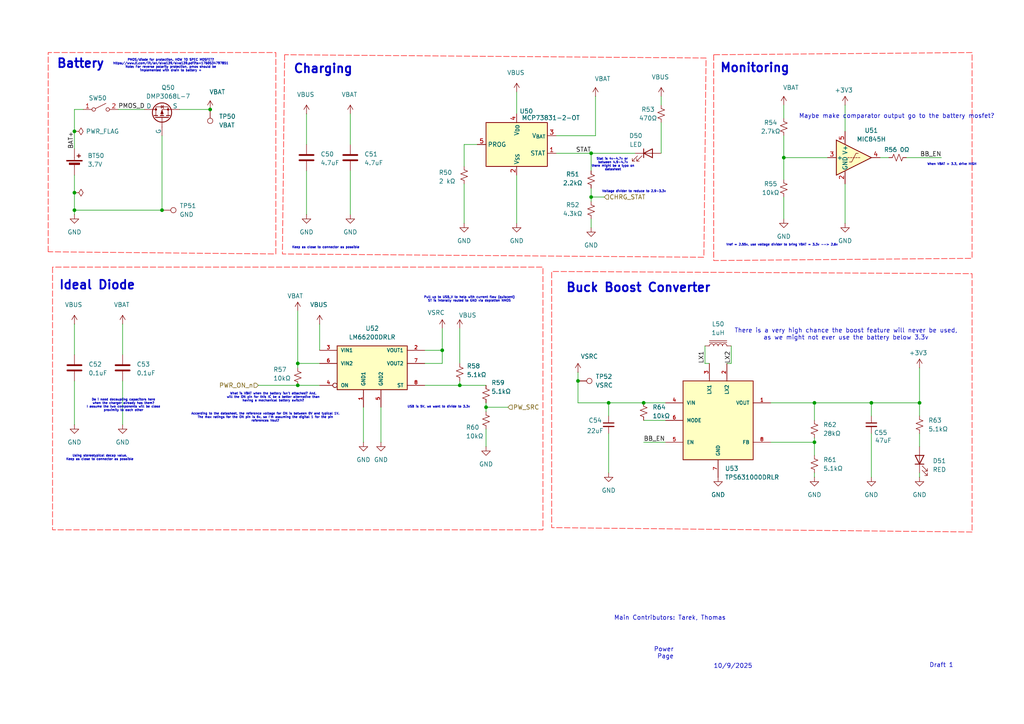
<source format=kicad_sch>
(kicad_sch (version 20250114) (generator "eeschema") (generator_version "9.0")
  (paper "A4")
  (lib_symbols
    (symbol "Battery_Management:MCP73831-2-OT"
      (property "Reference" "U5" (at 4.064 8.382 0))
      (property "Value" "MCP73831-2-OT" (at 11.176 6.4614 0))
      (symbol "MCP73831-2-OT_0_1"
        (rectangle (start -8.89 6.35) (end 8.89 -6.35) (stroke (width 0.254)) (fill (type background)))
      )
      (symbol "MCP73831-2-OT_1_1"
        (pin input line (at -11.43 0 0) (length 2.54) (name "PROG") (number "5"))
        (pin power_in line (at 0 8.89 270) (length 2.54) (name "V_{DD}") (number "4"))
        (pin power_in line (at 0 -8.89 90) (length 2.54) (name "V_{SS}") (number "2"))
        (pin power_out line (at 11.43 2.54 180) (length 2.54) (name "V_{BAT}") (number "3"))
        (pin tri_state line (at 11.43 -2.54 180) (length 2.54) (name "STAT") (number "1"))
      )
    )
    (symbol "Comparator:MIC845H" (pin_names (offset 0.127))
      (property "Reference" "U" (at 3.81 5.08 0))
      (property "Value" "MIC845H" (at 7.62 -5.08 0))
      (symbol "MIC845H_0_1"
        (polyline (pts (xy -2.54 5.08) (xy 7.62 0) (xy -2.54 -5.08) (xy -2.54 5.08)) (stroke (width 0.254)) (fill (type background)))
        (polyline (pts (xy 1.27 0) (xy 0.762 0)))
        (polyline (pts (xy 1.27 -1.27) (xy 1.905 -1.27) (xy 3.175 1.27) (xy 3.81 1.27)))
        (polyline (pts (xy 2.032 0) (xy 1.524 0)))
        (polyline (pts (xy 2.286 0) (xy 2.794 0)))
        (polyline (pts (xy 3.048 0) (xy 3.556 0)))
        (polyline (pts (xy 3.81 0) (xy 4.318 0)))
      )
      (symbol "MIC845H_1_1"
        (pin input line (at -5.08 0 0) (length 2.54) (name "+") (number "3"))
        (pin no_connect line (at -2.54 0 0) (length 2.54) (hide yes) (name "NIC") (number "1"))
        (pin power_in line (at 0 7.62 270) (length 3.81) (name "V+") (number "5"))
        (pin power_in line (at 0 -7.62 90) (length 3.81) (name "GND") (number "2"))
        (pin output line (at 10.16 0 180) (length 2.54) (name "~") (number "4"))
      )
    )
    (symbol "Connector:TestPoint" (pin_numbers (hide yes)) (pin_names (offset 0.762) (hide yes))
      (property "Reference" "TP" (at 0 6.858 0))
      (property "Value" "TestPoint" (at 0 5.08 0))
      (symbol "TestPoint_0_1"
        (circle (center 0 3.302) (radius 0.762))
      )
      (symbol "TestPoint_1_1"
        (pin passive line (at 0 0 90) (length 2.54) (name "1") (number "1"))
      )
    )
    (symbol "Device:Battery_Cell" (pin_numbers (hide yes)) (pin_names (offset 0) (hide yes))
      (property "Reference" "BT" (at 2.54 2.54 0))
      (property "Value" "Battery_Cell" (at 2.54 0 0))
      (symbol "Battery_Cell_0_1"
        (rectangle (start -2.286 1.778) (end 2.286 1.524) (fill (type outline)))
        (rectangle (start -1.524 1.016) (end 1.524 0.508) (fill (type outline)))
        (polyline (pts (xy 0 1.778) (xy 0 2.54)))
        (polyline (pts (xy 0 0.762) (xy 0 0)))
        (polyline (pts (xy 0.762 3.048) (xy 1.778 3.048)) (stroke (width 0.254)))
        (polyline (pts (xy 1.27 3.556) (xy 1.27 2.54)) (stroke (width 0.254)))
      )
      (symbol "Battery_Cell_1_1"
        (pin passive line (at 0 5.08 270) (length 2.54) (name "+") (number "1"))
        (pin passive line (at 0 -2.54 90) (length 2.54) (name "-") (number "2"))
      )
    )
    (symbol "Device:C" (pin_numbers (hide yes)) (pin_names (offset 0.254))
      (property "Reference" "C" (at 0.635 2.54 0))
      (property "Value" "C" (at 0.635 -2.54 0))
      (symbol "C_0_1"
        (polyline (pts (xy -2.032 0.762) (xy 2.032 0.762)) (stroke (width 0.508)))
        (polyline (pts (xy -2.032 -0.762) (xy 2.032 -0.762)) (stroke (width 0.508)))
      )
      (symbol "C_1_1"
        (pin passive line (at 0 3.81 270) (length 2.794) (name "~") (number "1"))
        (pin passive line (at 0 -3.81 90) (length 2.794) (name "~") (number "2"))
      )
    )
    (symbol "Device:C_Small" (pin_numbers (hide yes)) (pin_names (offset 0.254) (hide yes))
      (property "Reference" "C" (at 0.254 1.778 0))
      (property "Value" "C_Small" (at 0.254 -2.032 0))
      (symbol "C_Small_0_1"
        (polyline (pts (xy -1.524 0.508) (xy 1.524 0.508)) (stroke (width 0.3048)))
        (polyline (pts (xy -1.524 -0.508) (xy 1.524 -0.508)) (stroke (width 0.3302)))
      )
      (symbol "C_Small_1_1"
        (pin passive line (at 0 2.54 270) (length 2.032) (name "~") (number "1"))
        (pin passive line (at 0 -2.54 90) (length 2.032) (name "~") (number "2"))
      )
    )
    (symbol "Device:LED" (pin_numbers (hide yes)) (pin_names (offset 1.016) (hide yes))
      (property "Reference" "D" (at 0 2.54 0))
      (property "Value" "LED" (at 0 -2.54 0))
      (symbol "LED_0_1"
        (polyline (pts (xy -3.048 -0.762) (xy -4.572 -2.286) (xy -3.81 -2.286) (xy -4.572 -2.286) (xy -4.572 -1.524)))
        (polyline (pts (xy -1.778 -0.762) (xy -3.302 -2.286) (xy -2.54 -2.286) (xy -3.302 -2.286) (xy -3.302 -1.524)))
        (polyline (pts (xy -1.27 0) (xy 1.27 0)))
        (polyline (pts (xy -1.27 -1.27) (xy -1.27 1.27)) (stroke (width 0.254)))
        (polyline (pts (xy 1.27 -1.27) (xy 1.27 1.27) (xy -1.27 0) (xy 1.27 -1.27)) (stroke (width 0.254)))
      )
      (symbol "LED_1_1"
        (pin passive line (at -3.81 0 0) (length 2.54) (name "K") (number "1"))
        (pin passive line (at 3.81 0 180) (length 2.54) (name "A") (number "2"))
      )
    )
    (symbol "Device:L_Iron" (pin_numbers (hide yes)) (pin_names (offset 1.016) (hide yes))
      (property "Reference" "L" (at -1.27 0 90))
      (property "Value" "L_Iron" (at 2.794 0 90))
      (symbol "L_Iron_0_1"
        (arc (start 0 2.54) (mid 0.6323 1.905) (end 0 1.27))
        (arc (start 0 1.27) (mid 0.6323 0.635) (end 0 0))
        (arc (start 0 0) (mid 0.6323 -0.635) (end 0 -1.27))
        (arc (start 0 -1.27) (mid 0.6323 -1.905) (end 0 -2.54))
        (polyline (pts (xy 1.016 2.54) (xy 1.016 -2.54)))
        (polyline (pts (xy 1.524 -2.54) (xy 1.524 2.54)))
      )
      (symbol "L_Iron_1_1"
        (pin passive line (at 0 3.81 270) (length 1.27) (name "1") (number "1"))
        (pin passive line (at 0 -3.81 90) (length 1.27) (name "2") (number "2"))
      )
    )
    (symbol "Device:R_Small_US" (pin_numbers (hide yes)) (pin_names (offset 0.254) (hide yes))
      (property "Reference" "R" (at 0.762 0.508 0))
      (property "Value" "R_Small_US" (at 0.762 -1.016 0))
      (symbol "R_Small_US_1_1"
        (polyline (pts (xy 0 1.524) (xy 1.016 1.143) (xy 0 0.762) (xy -1.016 0.381) (xy 0 0)))
        (polyline (pts (xy 0 0) (xy 1.016 -0.381) (xy 0 -0.762) (xy -1.016 -1.143) (xy 0 -1.524)))
        (pin passive line (at 0 2.54 270) (length 1.016) (name "~") (number "1"))
        (pin passive line (at 0 -2.54 90) (length 1.016) (name "~") (number "2"))
      )
    )
    (symbol "LM66200DRLR_1" (pin_names (offset 1.016))
      (property "Reference" "IC2" (at 0 12.7 0))
      (property "Value" "LM66200DRLR" (at 0 10.16 0))
      (symbol "LM66200DRLR_1_0_0"
        (pin passive line (at 15.24 -3.81 180) (length 5.08) (name "ST") (number "8"))
      )
      (symbol "LM66200DRLR_1_1_0"
        (rectangle (start -10.16 7.62) (end 10.16 -5.08) (stroke (width 0.254)) (fill (type background)))
        (pin power_in line (at -15.24 6.35 0) (length 5.08) (name "VIN1") (number "3"))
        (pin power_in line (at -15.24 2.54 0) (length 5.08) (name "VIN2") (number "6"))
        (pin input inverted (at -15.24 -3.81 0) (length 5.08) (name "ON") (number "4"))
        (pin power_in line (at -2.54 -10.16 90) (length 5.08) (name "GND1") (number "1"))
        (pin power_in line (at 2.54 -10.16 90) (length 5.08) (name "GND2") (number "5"))
        (pin power_out line (at 15.24 6.35 180) (length 5.08) (name "VOUT1") (number "2"))
        (pin passive line (at 15.24 2.54 180) (length 5.08) (name "VOUT2") (number "7"))
      )
    )
    (symbol "Simulation_SPICE:PMOS" (pin_numbers (hide yes)) (pin_names (offset 0))
      (property "Reference" "Q" (at 5.08 1.27 0))
      (property "Value" "PMOS" (at 5.08 -1.27 0))
      (symbol "PMOS_0_1"
        (polyline (pts (xy 0.254 1.905) (xy 0.254 -1.905)) (stroke (width 0.254)))
        (polyline (pts (xy 0.254 0) (xy -2.54 0)))
        (polyline (pts (xy 0.762 2.286) (xy 0.762 1.27)) (stroke (width 0.254)))
        (polyline (pts (xy 0.762 1.778) (xy 3.302 1.778) (xy 3.302 -1.778) (xy 0.762 -1.778)))
        (polyline (pts (xy 0.762 0.508) (xy 0.762 -0.508)) (stroke (width 0.254)))
        (polyline (pts (xy 0.762 -1.27) (xy 0.762 -2.286)) (stroke (width 0.254)))
        (circle (center 1.651 0) (radius 2.794) (stroke (width 0.254)))
        (polyline (pts (xy 2.286 0) (xy 1.27 0.381) (xy 1.27 -0.381) (xy 2.286 0)) (fill (type outline)))
        (polyline (pts (xy 2.54 2.54) (xy 2.54 1.778)))
        (circle (center 2.54 1.778) (radius 0.254) (fill (type outline)))
        (circle (center 2.54 -1.778) (radius 0.254) (fill (type outline)))
        (polyline (pts (xy 2.54 -2.54) (xy 2.54 0) (xy 0.762 0)))
        (polyline (pts (xy 2.794 -0.508) (xy 2.921 -0.381) (xy 3.683 -0.381) (xy 3.81 -0.254)))
        (polyline (pts (xy 3.302 -0.381) (xy 2.921 0.254) (xy 3.683 0.254) (xy 3.302 -0.381)))
      )
      (symbol "PMOS_1_1"
        (pin input line (at -5.08 0 0) (length 2.54) (name "G") (number "2"))
        (pin passive line (at 2.54 5.08 270) (length 2.54) (name "D") (number "1"))
        (pin passive line (at 2.54 -5.08 90) (length 2.54) (name "S") (number "3"))
      )
    )
    (symbol "Switch:SW_SPST" (pin_names (offset 0) (hide yes))
      (property "Reference" "SW" (at 0 3.175 0))
      (property "Value" "SW_SPST" (at 0 -2.54 0))
      (symbol "SW_SPST_0_0"
        (circle (center -2.032 0) (radius 0.508))
        (polyline (pts (xy -1.524 0.254) (xy 1.524 1.778)))
        (circle (center 2.032 0) (radius 0.508))
      )
      (symbol "SW_SPST_1_1"
        (pin passive line (at -5.08 0 0) (length 2.54) (name "A") (number "1"))
        (pin passive line (at 5.08 0 180) (length 2.54) (name "B") (number "2"))
      )
    )
    (symbol "TPS631000DRLR:TPS631000DRLR" (pin_names (offset 1.016))
      (property "Reference" "U4" (at 1.9686 -12.7 0))
      (property "Value" "TPS631000DRLR" (at 1.9686 -15.24 0))
      (symbol "TPS631000DRLR_0_0"
        (rectangle (start -10.16 -10.16) (end 10.16 12.7) (stroke (width 0.254)) (fill (type background)))
        (pin input line (at -15.24 1.27 0) (length 5.08) (name "MODE") (number "6"))
        (pin input line (at -15.24 -5.08 0) (length 5.08) (name "EN") (number "5"))
        (pin power_in line (at 0 -15.24 90) (length 5.08) (name "GND") (number "7"))
        (pin input line (at 15.24 -5.08 180) (length 5.08) (name "FB") (number "8"))
      )
      (symbol "TPS631000DRLR_1_0"
        (pin power_in line (at -15.24 6.35 0) (length 5.08) (name "VIN") (number "4"))
        (pin passive line (at -2.54 17.78 270) (length 5.08) (name "LX1") (number "3"))
        (pin passive line (at 2.54 17.78 270) (length 5.08) (name "LX2") (number "2"))
        (pin power_out line (at 15.24 6.35 180) (length 5.08) (name "VOUT") (number "1"))
      )
    )
    (symbol "power:+3.3V" (power) (pin_numbers (hide yes)) (pin_names (offset 0) (hide yes))
      (property "Value" "+3.3V" (at 0 3.556 0))
      (symbol "+3.3V_0_1"
        (polyline (pts (xy -0.762 1.27) (xy 0 2.54)))
        (polyline (pts (xy 0 2.54) (xy 0.762 1.27)))
        (polyline (pts (xy 0 0) (xy 0 2.54)))
      )
      (symbol "+3.3V_1_1"
        (pin power_in line (at 0 0 90) (length 0) (name "~") (number "1"))
      )
    )
    (symbol "power:+5V" (power) (pin_numbers (hide yes)) (pin_names (offset 0) (hide yes))
      (property "Value" "+5V" (at 0 3.556 0))
      (symbol "+5V_0_1"
        (polyline (pts (xy -0.762 1.27) (xy 0 2.54)))
        (polyline (pts (xy 0 2.54) (xy 0.762 1.27)))
        (polyline (pts (xy 0 0) (xy 0 2.54)))
      )
      (symbol "+5V_1_1"
        (pin power_in line (at 0 0 90) (length 0) (name "~") (number "1"))
      )
    )
    (symbol "power:GND" (power) (pin_numbers (hide yes)) (pin_names (offset 0) (hide yes))
      (property "Value" "GND" (at 0 -3.81 0))
      (symbol "GND_0_1"
        (polyline (pts (xy 0 0) (xy 0 -1.27) (xy 1.27 -1.27) (xy 0 -2.54) (xy -1.27 -1.27) (xy 0 -1.27)))
      )
      (symbol "GND_1_1"
        (pin power_in line (at 0 0 270) (length 0) (name "~") (number "1"))
      )
    )
    (symbol "power:PWR_FLAG" (power) (pin_numbers (hide yes)) (pin_names (offset 0) (hide yes))
      (property "Value" "PWR_FLAG" (at 0 3.81 0))
      (symbol "PWR_FLAG_0_0"
        (pin power_out line (at 0 0 90) (length 0) (name "~") (number "1"))
      )
      (symbol "PWR_FLAG_0_1"
        (polyline (pts (xy 0 0) (xy 0 1.27) (xy -1.016 1.905) (xy 0 2.54) (xy 1.016 1.905) (xy 0 1.27)))
      )
    )
  )
  (text "Pull up to USB_V to help with current flow (quiscent)\nST is interally routed to GND via depletion NMOS\n" (at 136.144 86.868 0) (effects (font (size 0.635 0.635))))
  (text "Power\n Page" (at 192.532 189.484 0) (effects (font (size 1.27 1.27))))
  (text "Vref = 2.55v, use voltage divider to bring VBAT = 3.3v --> 2.6v" (at 226.822 71.12 0) (effects (font (size 0.635 0.635))))
  (text "Do i need decoupling capacitors here\nwhen the charger already has them?\nI assume the two components will be close\nproximity to each other" (at 35.814 117.602 0) (effects (font (size 0.635 0.635))))
  (text "According to the datasheet, the reference voltage for ON is between 0V and typical 1V.\nThe max ratings for the ON pin is 6v, so I'm assuming the digital 1 for the pin\nreferences Vout?" (at 76.962 121.158 0) (effects (font (size 0.635 0.635))))
  (text "What is VBAT when the battery isn't attached? And,\nwill the ON pin for this IC be a better alternative than\nhaving a mechanical battery switch?" (at 79.248 115.316 0) (effects (font (size 0.635 0.635))))
  (text "Keep as close to connector as possible" (at 94.488 71.882 0) (effects (font (size 0.635 0.635))))
  (text "Charging" (at 93.726 20.066 0) (effects (font (size 2.54 2.54) (thickness 0.508) (bold yes))))
  (text "Main Contributors: Tarek, Thomas" (at 194.31 179.324 0) (effects (font (size 1.27 1.27))))
  (text "Battery" (at 23.368 18.542 0) (effects (font (size 2.54 2.54) (thickness 0.508) (bold yes))))
  (text "10/9/2025" (at 212.598 193.294 0) (effects (font (size 1.27 1.27))))
  (text "There is a very high chance the boost feature will never be used,\nas we might not ever use the battery below 3.3v" (at 245.364 97.028 0) (effects (font (size 1.27 1.27))))
  (text "When VBAT > 3.3, drive HIGH" (at 276.098 47.752 0) (effects (font (size 0.635 0.635))))
  (text "Ideal Diode" (at 28.194 82.804 0) (effects (font (size 2.54 2.54) (thickness 0.508) (bold yes))))
  (text "Using stereotypical decap value.\nKeep as close to connector as possible" (at 28.956 132.842 0) (effects (font (size 0.635 0.635))))
  (text "Buck Boost Converter" (at 185.166 83.566 0) (effects (font (size 2.54 2.54) (thickness 0.508) (bold yes))))
  (text "Draft 1" (at 273.05 193.04 0) (effects (font (size 1.27 1.27))))
  (text "USB is 5V, we want to divide to 3.3v" (at 127.254 118.11 0) (effects (font (size 0.635 0.635))))
  (text "Monitoring" (at 218.948 19.812 0) (effects (font (size 2.54 2.54) (thickness 0.508) (bold yes))))
  (text "PMOS/diode for protection. HOW TO SPEC MOSFET?\nhttps://www.ti.com/lit/an/slva139/slva139.pdf?ts=1760534797851\nNote: For reverse polarity protection, pmos should be\nimplemented with drain to battery +" (at 49.53 19.05 0) (effects (font (size 0.635 0.635))))
  (text "Maybe make comparator output go to the battery mosfet?" (at 260.096 33.782 0) (effects (font (size 1.27 1.27))))
  (text "Stat is 4v-4.7v or \nbetween 4.9-4.7v\nthere might be a typo on\ndatasheet" (at 177.8 47.752 0) (effects (font (size 0.635 0.635))))
  (text "Voltage divider to reduce to 2.9-3.3v" (at 183.896 55.626 0) (effects (font (size 0.635 0.635))))
  (junction (at 128.27 101.6))
  (junction (at 176.53 116.84))
  (junction (at 186.69 116.84))
  (junction (at 60.96 31.75))
  (junction (at 252.73 116.84))
  (junction (at 21.59 55.88))
  (junction (at 133.35 111.76))
  (junction (at 46.99 60.96))
  (junction (at 266.7 116.84))
  (junction (at 21.59 60.96))
  (junction (at 86.36 105.41))
  (junction (at 227.33 45.72))
  (junction (at 171.45 57.15))
  (junction (at 167.64 110.49))
  (junction (at 236.22 116.84))
  (junction (at 86.36 111.76))
  (junction (at 236.22 128.27))
  (junction (at 140.97 118.11))
  (junction (at 171.45 44.45))
  (junction (at 21.59 38.1))
  (wire (pts (xy 21.59 31.75) (xy 21.59 38.1)))
  (wire (pts (xy 236.22 127) (xy 236.22 128.27)))
  (wire (pts (xy 171.45 57.15) (xy 175.26 57.15)))
  (wire (pts (xy 21.59 60.96) (xy 46.99 60.96)))
  (wire (pts (xy 133.35 110.49) (xy 133.35 111.76)))
  (wire (pts (xy 176.53 116.84) (xy 186.69 116.84)))
  (wire (pts (xy 193.04 121.92) (xy 186.69 121.92)))
  (wire (pts (xy 223.52 128.27) (xy 236.22 128.27)))
  (wire (pts (xy 191.77 35.56) (xy 191.77 44.45)))
  (wire (pts (xy 74.93 111.76) (xy 86.36 111.76)))
  (wire (pts (xy 21.59 31.75) (xy 24.13 31.75)))
  (wire (pts (xy 171.45 57.15) (xy 171.45 54.61)))
  (wire (pts (xy 21.59 93.98) (xy 21.59 102.87)))
  (wire (pts (xy 86.36 106.68) (xy 86.36 105.41)))
  (wire (pts (xy 128.27 95.25) (xy 128.27 101.6)))
  (wire (pts (xy 140.97 129.54) (xy 140.97 124.46)))
  (wire (pts (xy 171.45 44.45) (xy 184.15 44.45)))
  (wire (pts (xy 110.49 128.27) (xy 110.49 118.11)))
  (wire (pts (xy 227.33 45.72) (xy 240.03 45.72)))
  (wire (pts (xy 212.09 105.41) (xy 212.09 100.33)))
  (wire (pts (xy 140.97 118.11) (xy 147.32 118.11)))
  (wire (pts (xy 167.64 110.49) (xy 167.64 116.84)))
  (wire (pts (xy 252.73 116.84) (xy 252.73 120.65)))
  (wire (pts (xy 227.33 39.37) (xy 227.33 45.72)))
  (wire (pts (xy 210.82 105.41) (xy 212.09 105.41)))
  (wire (pts (xy 171.45 49.53) (xy 171.45 44.45)))
  (wire (pts (xy 266.7 138.43) (xy 266.7 137.16)))
  (wire (pts (xy 123.19 105.41) (xy 128.27 105.41)))
  (wire (pts (xy 236.22 128.27) (xy 236.22 132.08)))
  (wire (pts (xy 167.64 116.84) (xy 176.53 116.84)))
  (wire (pts (xy 191.77 27.94) (xy 191.77 30.48)))
  (wire (pts (xy 172.72 39.37) (xy 161.29 39.37)))
  (wire (pts (xy 86.36 90.17) (xy 86.36 105.41)))
  (wire (pts (xy 227.33 30.48) (xy 227.33 34.29)))
  (wire (pts (xy 262.89 45.72) (xy 273.05 45.72)))
  (wire (pts (xy 52.07 31.75) (xy 60.96 31.75)))
  (wire (pts (xy 35.56 93.98) (xy 35.56 102.87)))
  (wire (pts (xy 176.53 137.16) (xy 176.53 125.73)))
  (wire (pts (xy 186.69 116.84) (xy 193.04 116.84)))
  (wire (pts (xy 88.9 62.23) (xy 88.9 49.53)))
  (wire (pts (xy 101.6 33.02) (xy 101.6 41.91)))
  (wire (pts (xy 46.99 39.37) (xy 46.99 60.96)))
  (wire (pts (xy 140.97 118.11) (xy 140.97 119.38)))
  (wire (pts (xy 149.86 64.77) (xy 149.86 50.8)))
  (wire (pts (xy 236.22 116.84) (xy 252.73 116.84)))
  (wire (pts (xy 186.69 128.27) (xy 193.04 128.27)))
  (wire (pts (xy 257.81 45.72) (xy 255.27 45.72)))
  (wire (pts (xy 21.59 38.1) (xy 21.59 43.18)))
  (wire (pts (xy 171.45 44.45) (xy 161.29 44.45)))
  (wire (pts (xy 205.74 105.41) (xy 204.47 105.41)))
  (wire (pts (xy 123.19 111.76) (xy 133.35 111.76)))
  (wire (pts (xy 140.97 116.84) (xy 140.97 118.11)))
  (wire (pts (xy 21.59 60.96) (xy 21.59 55.88)))
  (wire (pts (xy 134.62 41.91) (xy 134.62 48.26)))
  (wire (pts (xy 223.52 116.84) (xy 236.22 116.84)))
  (wire (pts (xy 134.62 41.91) (xy 138.43 41.91)))
  (wire (pts (xy 171.45 66.04) (xy 171.45 63.5)))
  (wire (pts (xy 266.7 125.73) (xy 266.7 129.54)))
  (wire (pts (xy 149.86 26.67) (xy 149.86 33.02)))
  (wire (pts (xy 21.59 62.23) (xy 21.59 60.96)))
  (wire (pts (xy 88.9 33.02) (xy 88.9 41.91)))
  (wire (pts (xy 35.56 123.19) (xy 35.56 110.49)))
  (wire (pts (xy 227.33 63.5) (xy 227.33 57.15)))
  (wire (pts (xy 266.7 116.84) (xy 252.73 116.84)))
  (wire (pts (xy 236.22 116.84) (xy 236.22 121.92)))
  (wire (pts (xy 171.45 58.42) (xy 171.45 57.15)))
  (wire (pts (xy 105.41 128.27) (xy 105.41 118.11)))
  (wire (pts (xy 21.59 55.88) (xy 21.59 50.8)))
  (wire (pts (xy 204.47 105.41) (xy 204.47 100.33)))
  (wire (pts (xy 92.71 93.98) (xy 92.71 101.6)))
  (wire (pts (xy 21.59 123.19) (xy 21.59 110.49)))
  (wire (pts (xy 167.64 107.95) (xy 167.64 110.49)))
  (wire (pts (xy 266.7 116.84) (xy 266.7 120.65)))
  (wire (pts (xy 245.11 64.77) (xy 245.11 53.34)))
  (wire (pts (xy 176.53 116.84) (xy 176.53 120.65)))
  (wire (pts (xy 172.72 27.94) (xy 172.72 39.37)))
  (wire (pts (xy 134.62 53.34) (xy 134.62 64.77)))
  (wire (pts (xy 227.33 45.72) (xy 227.33 52.07)))
  (wire (pts (xy 133.35 95.25) (xy 133.35 105.41)))
  (wire (pts (xy 133.35 111.76) (xy 140.97 111.76)))
  (wire (pts (xy 252.73 138.43) (xy 252.73 125.73)))
  (wire (pts (xy 86.36 105.41) (xy 92.71 105.41)))
  (wire (pts (xy 266.7 106.68) (xy 266.7 116.84)))
  (wire (pts (xy 86.36 111.76) (xy 92.71 111.76)))
  (wire (pts (xy 123.19 101.6) (xy 128.27 101.6)))
  (wire (pts (xy 245.11 30.48) (xy 245.11 38.1)))
  (wire (pts (xy 236.22 137.16) (xy 236.22 138.43)))
  (wire (pts (xy 128.27 105.41) (xy 128.27 101.6)))
  (wire (pts (xy 101.6 62.23) (xy 101.6 49.53)))
  (wire (pts (xy 34.29 31.75) (xy 41.91 31.75)))
  (label "STAT" (at 171.45 44.45 180))
  (label "BB_EN" (at 273.05 45.72 180))
  (label "BB_EN" (at 186.69 128.27 0))
  (label "BAT+" (at 21.59 43.18 90))
  (label "LX2" (at 212.09 105.41 90))
  (label "LX1" (at 204.47 105.41 90))
  (label "PMOS_D" (at 34.29 31.75 0))
  (hierarchical_label "CHRG_STAT" (shape input) (at 175.26 57.15 0))
  (hierarchical_label "PW_SRC" (shape input) (at 147.32 118.11 0))
  (hierarchical_label "PWR_ON_n" (shape input) (at 74.93 111.76 180))
  (rule_area (polyline (pts (xy 207.01 15.875) (xy 207.01 75.565) (xy 281.94 74.93) (xy 281.94 15.24)) (stroke (width 0) (type dash))))
  (rule_area (polyline (pts (xy 13.97 73.025) (xy 13.97 61.595) (xy 13.97 15.24) (xy 80.01 15.24) (xy 80.01 73.66)) (stroke (width 0) (type dash))))
  (rule_area (polyline (pts (xy 82.55 15.875) (xy 81.915 73.66) (xy 204.1525 74.6125) (xy 204.7875 16.8275)) (stroke (width 0) (type dash))))
  (rule_area (polyline (pts (xy 15.24 77.47) (xy 15.24 153.67) (xy 157.48 153.67) (xy 157.48 77.47)) (stroke (width 0) (type dash))))
  (rule_area (polyline (pts (xy 281.94 154.305) (xy 160.02 153.035) (xy 160.02 78.74) (xy 160.02 78.74) (xy 281.94 79.375)) (stroke (width 0) (type dash))))
  (symbol (lib_id "TPS631000DRLR:TPS631000DRLR") (at 208.28 123.19 0) (unit 1)
    (property "Reference" "U53" (at 210.2486 135.89 0) (effects (justify left)))
    (property "Value" "TPS631000DRLR" (at 210.2486 138.43 0) (effects (justify left)))
    (property "Footprint" "Package_TO_SOT_SMD:SOT-583-8" (effects (hide yes)))
    (property "Datasheet" "https://www.ti.com/lit/ds/symlink/tps631000.pdf" (effects (hide yes)))
    (property "MF" "Texas Instruments" (effects (hide yes)))
    (property "SNAPEDA_PACKAGE_ID" "124400" (effects (hide yes)))
    (property "Package" "SOT-583 Texas Instruments" (effects (hide yes)))
    (property "Price" "None" (effects (hide yes)))
    (property "Check_prices" "https://www.snapeda.com/parts/TPS631000DRLR/Texas+Instruments/view-part/?ref=eda" (effects (hide yes)))
    (property "STANDARD" "IPC 7351B" (effects (hide yes)))
    (property "PARTREV" "B" (effects (hide yes)))
    (property "SnapEDA_Link" "https://www.snapeda.com/parts/TPS631000DRLR/Texas+Instruments/view-part/?ref=snap" (effects (hide yes)))
    (property "MP" "TPS631000DRLR" (effects (hide yes)))
    (property "Description_1" "1.5-A output current, high-power-density buck-boost converter" (effects (hide yes)))
    (property "MANUFACTURER" "Texas Instruments" (effects (hide yes)))
    (property "Availability" "In Stock" (effects (hide yes)))
    (property "MAXIMUM_PACKAGE_HEIGHT" "0.6mm" (effects (hide yes)))
  )
  (symbol (lib_id "Switch:SW_SPST") (at 29.21 31.75 0) (unit 1)
    (property "Reference" "SW50" (at 30.988 28.448 0) (effects (justify right)))
    (property "Value" "SW_SPST" (effects (hide yes)))
    (property "Footprint" "Button_Switch_SMD:SW_DIP_SPSTx01_Slide_6.7x4.1mm_W8.61mm_P2.54mm_LowProfile" (effects (hide yes)))
    (property "Description" "Single Pole Single Throw (SPST) switch" (effects (hide yes)))
  )
  (symbol (lib_id "Device:R_Small_US") (at 266.7 123.19 0) (unit 1)
    (property "Reference" "R63" (at 269.24 121.9199 0) (effects (justify left)))
    (property "Value" "5.1kΩ" (at 269.24 124.4599 0) (effects (justify left)))
    (property "Footprint" "Resistor_SMD:R_0603_1608Metric_Pad0.98x0.95mm_HandSolder" (effects (hide yes)))
    (property "Description" "Resistor, small US symbol" (effects (hide yes)))
  )
  (symbol (lib_id "power:GND") (at 252.73 138.43 0) (unit 1)
    (property "Reference" "#PWR067" (effects (hide yes)))
    (property "Value" "GND" (at 252.73 143.51 0))
    (property "Description" "Power symbol creates a global label with name \"GND\" , ground" (effects (hide yes)))
  )
  (symbol (lib_id "Connector:TestPoint") (at 60.96 31.75 180) (unit 1)
    (property "Reference" "TP50" (at 63.5 33.7819 0) (effects (justify right)))
    (property "Value" "VBAT" (at 63.5 36.3219 0) (effects (justify right)))
    (property "Footprint" "TestPoint:TestPoint_Pad_1.5x1.5mm" (effects (hide yes)))
    (property "Description" "test point" (effects (hide yes)))
  )
  (symbol (lib_id "Simulation_SPICE:PMOS") (at 46.99 34.29 90) (unit 1)
    (property "Reference" "Q50" (at 48.768 25.4 90))
    (property "Value" "DMP3068L-7" (at 48.768 27.94 90))
    (property "Footprint" "Package_TO_SOT_SMD:SOT-23-3" (effects (hide yes)))
    (property "Datasheet" "https://www.diodes.com/assets/Datasheets/DMP3068L.pdf" (effects (hide yes)))
    (property "Description" "P-MOSFET transistor, drain/source/gate" (effects (hide yes)))
    (property "Sim.Device" "PMOS" (effects (hide yes)))
    (property "Sim.Type" "VDMOS" (effects (hide yes)))
    (property "Sim.Pins" "1=D 2=G 3=S" (effects (hide yes)))
  )
  (symbol (lib_id "power:GND") (at 105.41 128.27 0) (unit 1)
    (property "Reference" "#PWR062" (effects (hide yes)))
    (property "Value" "GND" (at 105.41 133.35 0))
    (property "Description" "Power symbol creates a global label with name \"GND\" , ground" (effects (hide yes)))
  )
  (symbol (lib_id "power:PWR_FLAG") (at 21.59 55.88 270) (unit 1)
    (property "Reference" "#FLG01" (effects (hide yes)))
    (property "Value" "PWR_FLAG" (effects (hide yes)))
    (property "Description" "Special symbol for telling ERC where power comes from" (effects (hide yes)))
  )
  (symbol (lib_id "Device:C") (at 21.59 106.68 180) (unit 1)
    (property "Reference" "C52" (at 25.654 105.664 0) (effects (justify right)))
    (property "Value" "0.1uF" (at 25.654 108.204 0) (effects (justify right)))
    (property "Footprint" "Capacitor_SMD:C_0603_1608Metric_Pad1.08x0.95mm_HandSolder" (effects (hide yes)))
    (property "Description" "Unpolarized capacitor" (effects (hide yes)))
  )
  (symbol (lib_id "power:GND") (at 171.45 66.04 0) (unit 1)
    (property "Reference" "#PWR073" (effects (hide yes)))
    (property "Value" "GND" (at 171.45 71.12 0))
    (property "Description" "Power symbol creates a global label with name \"GND\" , ground" (effects (hide yes)))
  )
  (symbol (lib_id "Device:R_Small_US") (at 260.35 45.72 90) (unit 1)
    (property "Reference" "R56" (at 258.318 43.434 90))
    (property "Value" "0Ω" (at 262.382 43.434 90))
    (property "Footprint" "Resistor_SMD:R_0603_1608Metric_Pad0.98x0.95mm_HandSolder" (effects (hide yes)))
    (property "Description" "Resistor, small US symbol" (effects (hide yes)))
  )
  (symbol (lib_id "Device:R_Small_US") (at 86.36 109.22 0) (unit 1)
    (property "Reference" "R57" (at 79.248 107.188 0) (effects (justify left)))
    (property "Value" "10kΩ" (at 79.248 109.728 0) (effects (justify left)))
    (property "Footprint" "Resistor_SMD:R_0603_1608Metric_Pad0.98x0.95mm_HandSolder" (effects (hide yes)))
    (property "Description" "Resistor, small US symbol" (effects (hide yes)))
  )
  (symbol (lib_id "power:GND") (at 35.56 123.19 0) (unit 1)
    (property "Reference" "#PWR077" (effects (hide yes)))
    (property "Value" "GND" (at 35.56 128.27 0))
    (property "Footprint" "LED_SMD:LED_0805_2012Metric" (effects (hide yes)))
    (property "Description" "Power symbol creates a global label with name \"GND\" , ground" (effects (hide yes)))
  )
  (symbol (lib_id "Device:LED") (at 187.96 44.45 0) (unit 1)
    (property "Reference" "D50" (at 184.404 39.37 0))
    (property "Value" "LED" (at 184.404 41.91 0))
    (property "Footprint" "LED_SMD:LED_0805_2012Metric_Pad1.15x1.40mm_HandSolder" (effects (hide yes)))
    (property "Description" "Light emitting diode" (effects (hide yes)))
    (property "Sim.Pins" "1=K 2=A" (effects (hide yes)))
  )
  (symbol (lib_id "Device:L_Iron") (at 208.28 100.33 90) (unit 1)
    (property "Reference" "L50" (at 208.28 93.98 90))
    (property "Value" "1uH" (at 208.28 96.52 90))
    (property "Footprint" "Inductor_SMD:L_0805_2012Metric_Pad1.05x1.20mm_HandSolder" (effects (hide yes)))
    (property "Description" "Inductor with iron core" (effects (hide yes)))
  )
  (symbol (lib_id "Connector:TestPoint") (at 167.64 110.49 270) (unit 1)
    (property "Reference" "TP52" (at 172.72 109.2199 90) (effects (justify left)))
    (property "Value" "VSRC" (at 172.72 111.7599 90) (effects (justify left)))
    (property "Footprint" "TestPoint:TestPoint_Pad_1.5x1.5mm" (effects (hide yes)))
    (property "Description" "test point" (effects (hide yes)))
  )
  (symbol (lib_id "Device:R_Small_US") (at 140.97 121.92 180) (unit 1)
    (property "Reference" "R60" (at 135.128 123.952 0) (effects (justify right)))
    (property "Value" "10kΩ" (at 135.128 126.492 0) (effects (justify right)))
    (property "Footprint" "Resistor_SMD:R_0603_1608Metric_Pad0.98x0.95mm_HandSolder" (effects (hide yes)))
    (property "Description" "Resistor, small US symbol" (effects (hide yes)))
  )
  (symbol (lib_id "Device:R_Small_US") (at 134.62 50.8 0) (unit 1)
    (property "Reference" "R50" (at 127.254 50.038 0) (effects (justify left)))
    (property "Value" "2 kΩ" (at 127.254 52.578 0) (effects (justify left)))
    (property "Footprint" "Resistor_SMD:R_0603_1608Metric_Pad0.98x0.95mm_HandSolder" (effects (hide yes)))
    (property "Description" "Resistor, small US symbol" (effects (hide yes)))
  )
  (symbol (lib_id "power:+5V") (at 86.36 90.17 0) (unit 1)
    (property "Reference" "#PWR059" (effects (hide yes)))
    (property "Value" "VBAT" (at 83.312 85.852 0) (effects (justify left)))
    (property "Description" "Power symbol creates a global label with name \"+5V\"" (effects (hide yes)))
  )
  (symbol (lib_id "Device:Battery_Cell") (at 21.59 48.26 0) (unit 1)
    (property "Reference" "BT50" (at 25.4 45.1484 0) (effects (justify left)))
    (property "Value" "3.7V" (at 25.4 47.6884 0) (effects (justify left)))
    (property "Footprint" "Connector_JST:JST_PH_B2B-PH-K_1x02_P2.00mm_Vertical" (effects (hide yes)))
    (property "Description" "Single-cell battery" (effects (hide yes)))
  )
  (symbol (lib_id "power:GND") (at 208.28 138.43 0) (unit 1)
    (property "Reference" "#PWR063" (effects (hide yes)))
    (property "Value" "GND" (at 208.28 143.51 0))
    (property "Description" "Power symbol creates a global label with name \"GND\" , ground" (effects (hide yes)))
  )
  (symbol (lib_id "power:+5V") (at 133.35 95.25 0) (unit 1)
    (property "Reference" "#PWR068" (effects (hide yes)))
    (property "Value" "VBUS" (at 135.636 91.44 0))
    (property "Description" "Power symbol creates a global label with name \"+5V\"" (effects (hide yes)))
  )
  (symbol (lib_id "Device:C_Small") (at 176.53 123.19 0) (unit 1)
    (property "Reference" "C54" (at 170.688 121.92 0) (effects (justify left)))
    (property "Value" "22uF" (at 170.18 124.968 0) (effects (justify left)))
    (property "Footprint" "Capacitor_SMD:C_0603_1608Metric_Pad1.08x0.95mm_HandSolder" (effects (hide yes)))
    (property "Description" "Unpolarized capacitor, small symbol" (effects (hide yes)))
  )
  (symbol (lib_id "Device:R_Small_US") (at 133.35 107.95 0) (unit 1)
    (property "Reference" "R58" (at 135.382 106.172 0) (effects (justify left)))
    (property "Value" "5.1kΩ" (at 135.382 108.712 0) (effects (justify left)))
    (property "Footprint" "Resistor_SMD:R_0603_1608Metric_Pad0.98x0.95mm_HandSolder" (effects (hide yes)))
    (property "Description" "Resistor, small US symbol" (effects (hide yes)))
  )
  (symbol (lib_id "Comparator:MIC845H") (at 245.11 45.72 0) (unit 1)
    (property "Reference" "U51" (at 252.73 37.846 0))
    (property "Value" "MIC845H" (at 252.73 40.386 0))
    (property "Footprint" "Package_TO_SOT_SMD:SOT-353_SC-70-5" (effects (hide yes)))
    (property "Datasheet" "http://ww1.microchip.com/downloads/en/DeviceDoc/mic845.pdf" (effects (hide yes)))
    (property "Description" "Micro-Power Comparator / Battery Monitor, Active-High Push-Pull Output, SC-70-5" (effects (hide yes)))
  )
  (symbol (lib_id "power:GND") (at 266.7 138.43 0) (unit 1)
    (property "Reference" "#PWR03" (effects (hide yes)))
    (property "Value" "GND" (at 266.7 143.51 0))
    (property "Description" "Power symbol creates a global label with name \"GND\" , ground" (effects (hide yes)))
  )
  (symbol (lib_id "Device:R_Small_US") (at 140.97 114.3 0) (unit 1)
    (property "Reference" "R59" (at 142.494 110.998 0) (effects (justify left)))
    (property "Value" "5.1kΩ" (at 142.494 113.538 0) (effects (justify left)))
    (property "Footprint" "Resistor_SMD:R_0603_1608Metric_Pad0.98x0.95mm_HandSolder" (effects (hide yes)))
    (property "Description" "Resistor, small US symbol" (effects (hide yes)))
  )
  (symbol (lib_id "power:GND") (at 101.6 62.23 0) (unit 1)
    (property "Reference" "#PWR082" (effects (hide yes)))
    (property "Value" "GND" (at 101.6 67.31 0))
    (property "Description" "Power symbol creates a global label with name \"GND\" , ground" (effects (hide yes)))
  )
  (symbol (lib_id "Device:R_Small_US") (at 191.77 33.02 180) (unit 1)
    (property "Reference" "R53" (at 187.96 31.75 0))
    (property "Value" "470Ω" (at 187.96 34.29 0))
    (property "Footprint" "Resistor_SMD:R_0603_1608Metric_Pad0.98x0.95mm_HandSolder" (effects (hide yes)))
    (property "Description" "Resistor, small US symbol" (effects (hide yes)))
  )
  (symbol (lib_id "power:+5V") (at 21.59 93.98 0) (unit 1)
    (property "Reference" "#PWR074" (effects (hide yes)))
    (property "Value" "VBUS" (at 21.336 88.392 0))
    (property "Description" "Power symbol creates a global label with name \"+5V\"" (effects (hide yes)))
  )
  (symbol (lib_id "power:GND") (at 140.97 129.54 0) (unit 1)
    (property "Reference" "#PWR014" (effects (hide yes)))
    (property "Value" "GND" (at 140.97 134.62 0))
    (property "Description" "Power symbol creates a global label with name \"GND\" , ground" (effects (hide yes)))
  )
  (symbol (lib_id "Device:R_Small_US") (at 236.22 124.46 0) (unit 1)
    (property "Reference" "R62" (at 238.76 123.1899 0) (effects (justify left)))
    (property "Value" "28kΩ" (at 238.76 125.7299 0) (effects (justify left)))
    (property "Footprint" "Resistor_SMD:R_0603_1608Metric_Pad0.98x0.95mm_HandSolder" (effects (hide yes)))
    (property "Description" "Resistor, small US symbol" (effects (hide yes)))
  )
  (symbol (lib_id "power:+5V") (at 191.77 27.94 0) (unit 1)
    (property "Reference" "#PWR023" (effects (hide yes)))
    (property "Value" "VBUS" (at 191.516 22.352 0))
    (property "Description" "Power symbol creates a global label with name \"+5V\"" (effects (hide yes)))
  )
  (symbol (lib_id "power:+5V") (at 88.9 33.02 0) (unit 1)
    (property "Reference" "#PWR070" (effects (hide yes)))
    (property "Value" "VBUS" (at 88.646 27.432 0))
    (property "Description" "Power symbol creates a global label with name \"+5V\"" (effects (hide yes)))
  )
  (symbol (lib_id "power:+3.3V") (at 227.33 30.48 0) (unit 1)
    (property "Reference" "#PWR080" (effects (hide yes)))
    (property "Value" "VBAT" (at 227.076 25.4 0) (effects (justify left)))
    (property "Description" "Power symbol creates a global label with name \"+3.3V\"" (effects (hide yes)))
  )
  (symbol (lib_id "Device:C") (at 101.6 45.72 180) (unit 1)
    (property "Reference" "C51" (at 105.664 44.704 0) (effects (justify right)))
    (property "Value" "4.7uF" (at 105.664 47.244 0) (effects (justify right)))
    (property "Footprint" "Capacitor_SMD:C_0603_1608Metric_Pad1.08x0.95mm_HandSolder" (effects (hide yes)))
    (property "Description" "Unpolarized capacitor" (effects (hide yes)))
  )
  (symbol (lib_id "Connector:TestPoint") (at 46.99 60.96 270) (unit 1)
    (property "Reference" "TP51" (at 52.07 59.6899 90) (effects (justify left)))
    (property "Value" "GND" (at 52.07 62.2299 90) (effects (justify left)))
    (property "Footprint" "TestPoint:TestPoint_Pad_1.5x1.5mm" (effects (hide yes)))
    (property "Description" "test point" (effects (hide yes)))
  )
  (symbol (lib_id "Device:R_Small_US") (at 227.33 36.83 180) (unit 1)
    (property "Reference" "R54" (at 223.52 35.56 0))
    (property "Value" "2.7kΩ" (at 223.52 38.1 0))
    (property "Footprint" "Resistor_SMD:R_0603_1608Metric_Pad0.98x0.95mm_HandSolder" (effects (hide yes)))
    (property "Description" "Resistor, small US symbol" (effects (hide yes)))
  )
  (symbol (lib_id "Device:C") (at 35.56 106.68 180) (unit 1)
    (property "Reference" "C53" (at 39.624 105.664 0) (effects (justify right)))
    (property "Value" "0.1uF" (at 39.624 108.204 0) (effects (justify right)))
    (property "Footprint" "Capacitor_SMD:C_0603_1608Metric_Pad1.08x0.95mm_HandSolder" (effects (hide yes)))
    (property "Description" "Unpolarized capacitor" (effects (hide yes)))
  )
  (symbol (lib_id "Device:R_Small_US") (at 236.22 134.62 0) (unit 1)
    (property "Reference" "R61" (at 238.76 133.3499 0) (effects (justify left)))
    (property "Value" "5.1kΩ" (at 238.76 135.8899 0) (effects (justify left)))
    (property "Footprint" "Resistor_SMD:R_0603_1608Metric_Pad0.98x0.95mm_HandSolder" (effects (hide yes)))
    (property "Description" "Resistor, small US symbol" (effects (hide yes)))
  )
  (symbol (lib_name "LM66200DRLR_1") (lib_id "LM66200DRLR:LM66200DRLR") (at 107.95 107.95 0) (unit 1)
    (property "Reference" "U52" (at 107.95 95.25 0))
    (property "Value" "LM66200DRLR" (at 107.95 97.79 0))
    (property "Footprint" "Package_TO_SOT_SMD:SOT-583-8" (effects (hide yes)))
    (property "Datasheet" "https://www.ti.com/lit/ds/symlink/lm66200.pdf" (effects (hide yes)))
    (property "MF" "Texas Instruments" (effects (hide yes)))
    (property "Description_1" "1.6-V to 5.5-V, 40-mΩ, 2.5-A, low-IQ, dual ideal diode" (effects (hide yes)))
    (property "Package" "None" (effects (hide yes)))
    (property "Price" "None" (effects (hide yes)))
    (property "SnapEDA_Link" "https://www.snapeda.com/parts/LM66200DRLR/Texas+Instruments/view-part/?ref=snap" (effects (hide yes)))
    (property "MP" "LM66200DRLR" (effects (hide yes)))
    (property "Availability" "In Stock" (effects (hide yes)))
    (property "Check_prices" "https://www.snapeda.com/parts/LM66200DRLR/Texas+Instruments/view-part/?ref=eda" (effects (hide yes)))
  )
  (symbol (lib_id "power:GND") (at 88.9 62.23 0) (unit 1)
    (property "Reference" "#PWR052" (effects (hide yes)))
    (property "Value" "GND" (at 88.9 67.31 0))
    (property "Description" "Power symbol creates a global label with name \"GND\" , ground" (effects (hide yes)))
  )
  (symbol (lib_id "power:GND") (at 227.33 63.5 0) (unit 1)
    (property "Reference" "#PWR079" (effects (hide yes)))
    (property "Value" "GND" (at 227.33 68.58 0))
    (property "Description" "Power symbol creates a global label with name \"GND\" , ground" (effects (hide yes)))
  )
  (symbol (lib_id "power:GND") (at 176.53 137.16 0) (unit 1)
    (property "Reference" "#PWR058" (effects (hide yes)))
    (property "Value" "GND" (at 176.53 142.24 0))
    (property "Description" "Power symbol creates a global label with name \"GND\" , ground" (effects (hide yes)))
  )
  (symbol (lib_id "power:GND") (at 21.59 123.19 0) (unit 1)
    (property "Reference" "#PWR075" (effects (hide yes)))
    (property "Value" "GND" (at 21.59 128.27 0))
    (property "Description" "Power symbol creates a global label with name \"GND\" , ground" (effects (hide yes)))
  )
  (symbol (lib_id "power:+3.3V") (at 60.96 31.75 0) (unit 1)
    (property "Reference" "#PWR054" (effects (hide yes)))
    (property "Value" "VBAT" (at 60.706 26.67 0) (effects (justify left)))
    (property "Description" "Power symbol creates a global label with name \"+3.3V\"" (effects (hide yes)))
  )
  (symbol (lib_id "Device:C") (at 88.9 45.72 180) (unit 1)
    (property "Reference" "C50" (at 92.964 44.704 0) (effects (justify right)))
    (property "Value" "4.7uF" (at 92.964 47.244 0) (effects (justify right)))
    (property "Footprint" "Capacitor_SMD:C_0603_1608Metric_Pad1.08x0.95mm_HandSolder" (effects (hide yes)))
    (property "Description" "Unpolarized capacitor" (effects (hide yes)))
  )
  (symbol (lib_id "Device:R_Small_US") (at 186.69 119.38 0) (unit 1)
    (property "Reference" "R64" (at 189.23 118.1099 0) (effects (justify left)))
    (property "Value" "10kΩ" (at 189.23 120.6499 0) (effects (justify left)))
    (property "Footprint" "Resistor_SMD:R_0603_1608Metric_Pad0.98x0.95mm_HandSolder" (effects (hide yes)))
    (property "Description" "Resistor, small US symbol" (effects (hide yes)))
  )
  (symbol (lib_id "power:GND") (at 149.86 64.77 0) (unit 1)
    (property "Reference" "#PWR072" (effects (hide yes)))
    (property "Value" "GND" (at 149.86 69.85 0))
    (property "Description" "Power symbol creates a global label with name \"GND\" , ground" (effects (hide yes)))
  )
  (symbol (lib_id "power:GND") (at 110.49 128.27 0) (unit 1)
    (property "Reference" "#PWR064" (effects (hide yes)))
    (property "Value" "GND" (at 110.49 133.35 0))
    (property "Description" "Power symbol creates a global label with name \"GND\" , ground" (effects (hide yes)))
  )
  (symbol (lib_id "power:+5V") (at 92.71 93.98 0) (unit 1)
    (property "Reference" "#PWR060" (effects (hide yes)))
    (property "Value" "VBUS" (at 92.456 88.392 0))
    (property "Description" "Power symbol creates a global label with name \"+5V\"" (effects (hide yes)))
  )
  (symbol (lib_id "Device:R_Small_US") (at 171.45 52.07 0) (unit 1)
    (property "Reference" "R51" (at 166.116 50.546 0))
    (property "Value" "2.2kΩ" (at 166.116 53.086 0))
    (property "Footprint" "Resistor_SMD:R_0603_1608Metric_Pad0.98x0.95mm_HandSolder" (effects (hide yes)))
    (property "Description" "Resistor, small US symbol" (effects (hide yes)))
  )
  (symbol (lib_id "power:GND") (at 21.59 62.23 0) (unit 1)
    (property "Reference" "#PWR053" (effects (hide yes)))
    (property "Value" "GND" (at 21.59 67.31 0))
    (property "Description" "Power symbol creates a global label with name \"GND\" , ground" (effects (hide yes)))
  )
  (symbol (lib_id "power:+5V") (at 167.64 107.95 0) (unit 1)
    (property "Reference" "#PWR057" (effects (hide yes)))
    (property "Value" "VSRC" (at 168.402 103.378 0) (effects (justify left)))
    (property "Description" "Power symbol creates a global label with name \"+5V\"" (effects (hide yes)))
  )
  (symbol (lib_id "Device:R_Small_US") (at 227.33 54.61 180) (unit 1)
    (property "Reference" "R55" (at 223.52 53.34 0))
    (property "Value" "10kΩ" (at 223.52 55.88 0))
    (property "Footprint" "Resistor_SMD:R_0603_1608Metric_Pad0.98x0.95mm_HandSolder" (effects (hide yes)))
    (property "Description" "Resistor, small US symbol" (effects (hide yes)))
  )
  (symbol (lib_id "Battery_Management:MCP73831-2-OT") (at 149.86 41.91 0) (unit 1)
    (property "Reference" "U50" (at 152.654 32.258 0))
    (property "Value" "MCP73831-2-OT" (at 159.766 34.1786 0))
    (property "Footprint" "Package_TO_SOT_SMD:SOT-23-5" (effects (hide yes)))
    (property "Datasheet" "http://ww1.microchip.com/downloads/en/DeviceDoc/20001984g.pdf" (effects (hide yes)))
    (property "Description" "Single cell, Li-Ion/Li-Po charge management controller, 4.20V, Tri-State Status Output, in SOT23-5 package" (effects (hide yes)))
  )
  (symbol (lib_id "power:+3.3V") (at 266.7 106.68 0) (unit 1)
    (property "Reference" "#PWR069" (effects (hide yes)))
    (property "Value" "+3V3" (at 263.652 102.362 0) (effects (justify left)))
    (property "Description" "Power symbol creates a global label with name \"+3.3V\"" (effects (hide yes)))
  )
  (symbol (lib_id "power:+5V") (at 101.6 33.02 0) (unit 1)
    (property "Reference" "#PWR015" (effects (hide yes)))
    (property "Value" "VBAT" (at 101.346 27.432 0))
    (property "Footprint" "Diode_THT:D_DO-201AE_P15.24mm_Horizontal" (effects (hide yes)))
    (property "Description" "Power symbol creates a global label with name \"+5V\"" (effects (hide yes)))
  )
  (symbol (lib_id "power:GND") (at 245.11 64.77 0) (unit 1)
    (property "Reference" "#PWR016" (effects (hide yes)))
    (property "Value" "GND" (at 245.11 69.85 0))
    (property "Description" "Power symbol creates a global label with name \"GND\" , ground" (effects (hide yes)))
  )
  (symbol (lib_id "power:+3.3V") (at 172.72 27.94 0) (unit 1)
    (property "Reference" "#PWR055" (effects (hide yes)))
    (property "Value" "VBAT" (at 172.466 22.86 0) (effects (justify left)))
    (property "Description" "Power symbol creates a global label with name \"+3.3V\"" (effects (hide yes)))
  )
  (symbol (lib_id "Device:C_Small") (at 252.73 123.19 0) (unit 1)
    (property "Reference" "C55" (at 253.492 125.476 0) (effects (justify left)))
    (property "Value" "47uF" (at 253.746 127.762 0) (effects (justify left)))
    (property "Footprint" "Capacitor_SMD:C_0603_1608Metric_Pad1.08x0.95mm_HandSolder" (effects (hide yes)))
    (property "Description" "Unpolarized capacitor, small symbol" (effects (hide yes)))
  )
  (symbol (lib_id "Device:LED") (at 266.7 133.35 90) (unit 1)
    (property "Reference" "D51" (at 270.51 133.6674 90) (effects (justify right)))
    (property "Value" "RED" (at 270.51 136.2074 90) (effects (justify right)))
    (property "Footprint" "LED_SMD:LED_0603_1608Metric" (effects (hide yes)))
    (property "Description" "Light emitting diode" (effects (hide yes)))
    (property "Sim.Pins" "1=K 2=A" (effects (hide yes)))
  )
  (symbol (lib_id "power:GND") (at 134.62 64.77 0) (unit 1)
    (property "Reference" "#PWR056" (effects (hide yes)))
    (property "Value" "GND" (at 134.62 69.85 0))
    (property "Description" "Power symbol creates a global label with name \"GND\" , ground" (effects (hide yes)))
  )
  (symbol (lib_id "power:GND") (at 236.22 138.43 0) (unit 1)
    (property "Reference" "#PWR065" (effects (hide yes)))
    (property "Value" "GND" (at 236.22 143.51 0))
    (property "Description" "Power symbol creates a global label with name \"GND\" , ground" (effects (hide yes)))
  )
  (symbol (lib_id "power:+5V") (at 128.27 95.25 0) (unit 1)
    (property "Reference" "#PWR066" (effects (hide yes)))
    (property "Value" "VSRC" (at 123.952 90.678 0) (effects (justify left)))
    (property "Description" "Power symbol creates a global label with name \"+5V\"" (effects (hide yes)))
  )
  (symbol (lib_id "power:+3.3V") (at 245.11 30.48 0) (unit 1)
    (property "Reference" "#PWR078" (effects (hide yes)))
    (property "Value" "+3V3" (at 242.062 26.162 0) (effects (justify left)))
    (property "Description" "Power symbol creates a global label with name \"+3.3V\"" (effects (hide yes)))
  )
  (symbol (lib_id "power:PWR_FLAG") (at 21.59 38.1 270) (unit 1)
    (property "Reference" "#FLG0101" (effects (hide yes)))
    (property "Value" "PWR_FLAG" (at 29.718 38.1 90))
    (property "Description" "Special symbol for telling ERC where power comes from" (effects (hide yes)))
  )
  (symbol (lib_id "Device:R_Small_US") (at 171.45 60.96 0) (unit 1)
    (property "Reference" "R52" (at 166.116 59.436 0))
    (property "Value" "4.3kΩ" (at 166.116 61.976 0))
    (property "Footprint" "Resistor_SMD:R_0603_1608Metric_Pad0.98x0.95mm_HandSolder" (effects (hide yes)))
    (property "Description" "Resistor, small US symbol" (effects (hide yes)))
  )
  (symbol (lib_id "power:+5V") (at 35.56 93.98 0) (unit 1)
    (property "Reference" "#PWR076" (effects (hide yes)))
    (property "Value" "VBAT" (at 35.306 88.392 0))
    (property "Description" "Power symbol creates a global label with name \"+5V\"" (effects (hide yes)))
  )
  (symbol (lib_id "power:+5V") (at 149.86 26.67 0) (unit 1)
    (property "Reference" "#PWR071" (effects (hide yes)))
    (property "Value" "VBUS" (at 149.606 21.082 0))
    (property "Description" "Power symbol creates a global label with name \"+5V\"" (effects (hide yes)))
  )
)
</source>
